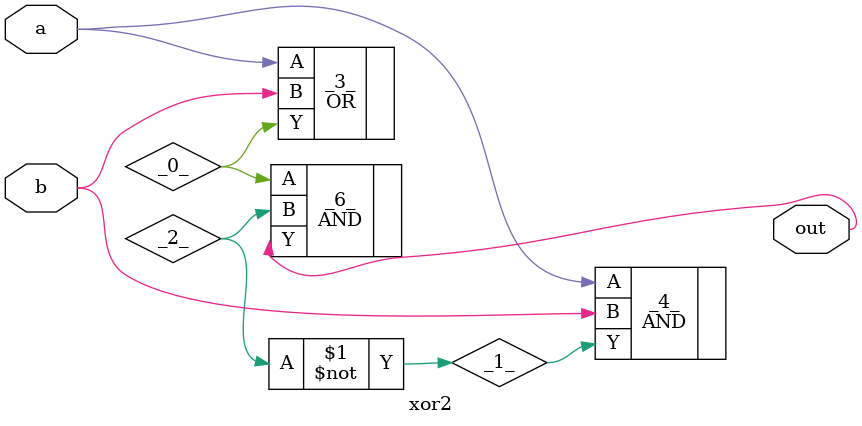
<source format=v>
/* Generated by Yosys 0.41+83 (git sha1 7045cf509, x86_64-w64-mingw32-g++ 13.2.1 -Os) */

/* cells_not_processed =  1  */
/* src = "xor2.v:2.1-10.10" */
module xor2(a, b, out);
  wire _0_;
  wire _1_;
  wire _2_;
  /* src = "xor2.v:3.9-3.10" */
  input a;
  wire a;
  /* src = "xor2.v:4.9-4.10" */
  input b;
  wire b;
  /* src = "xor2.v:5.10-5.13" */
  output out;
  wire out;
  OR _3_ (
    .A(a),
    .B(b),
    .Y(_0_)
  );
  AND _4_ (
    .A(a),
    .B(b),
    .Y(_1_)
  );
  not _5_ (
    .A(_1_),
    .Y(_2_)
  );
  AND _6_ (
    .A(_0_),
    .B(_2_),
    .Y(out)
  );
endmodule

</source>
